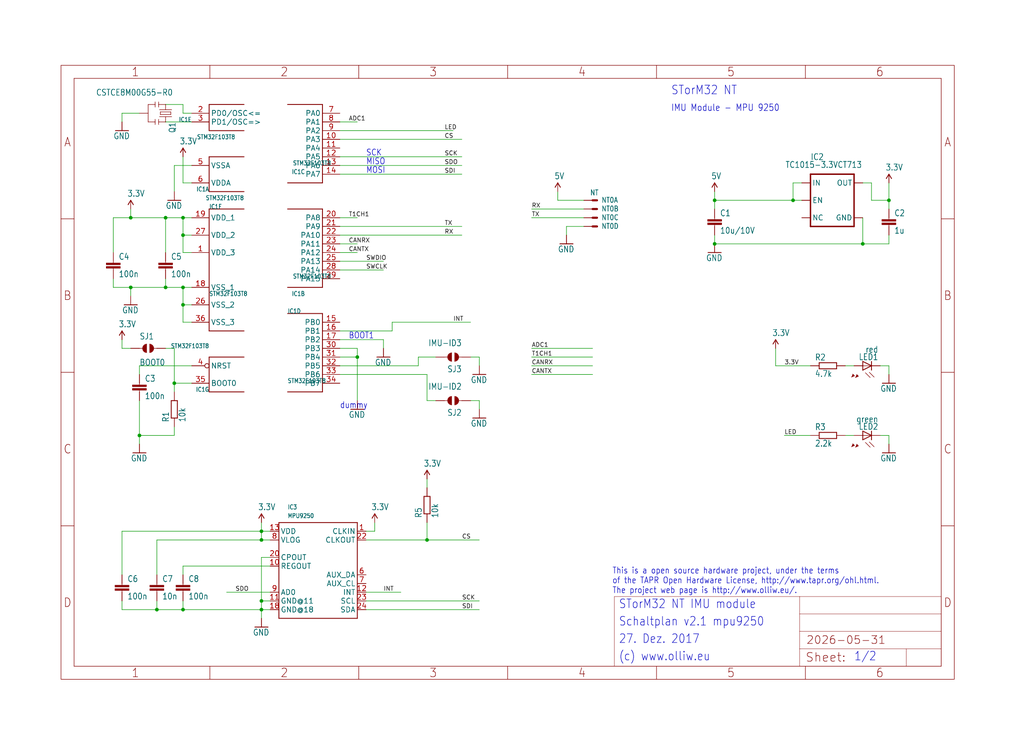
<source format=kicad_sch>
(kicad_sch (version 20250114) (generator "eeschema") (generator_version "9.0")
  (paper "User" 298.45 217.322)
  (lib_symbols
    (symbol "STorM32 NT imu v211 mini-mpu9250-eagle-import:3.3V" (power)
      (symbol "3.3V_1_0"
        (polyline (pts (xy 0 2.54) (xy -0.762 1.27)) (stroke (width 0.254)))
        (polyline (pts (xy 0.762 1.27) (xy 0 2.54)) (stroke (width 0.254)))
        (pin power_in line (at 0 0 90) (length 2.54) (name "3.3V") (number "1"))
      )
    )
    (symbol "STorM32 NT imu v211 mini-mpu9250-eagle-import:5V" (power)
      (symbol "5V_1_0"
        (polyline (pts (xy 0 2.54) (xy -0.762 1.27)) (stroke (width 0.254)))
        (polyline (pts (xy 0.762 1.27) (xy 0 2.54)) (stroke (width 0.254)))
        (pin power_in line (at 0 0 90) (length 2.54) (name "5V") (number "1"))
      )
    )
    (symbol "STorM32 NT imu v211 mini-mpu9250-eagle-import:?M04B-SRSS-TBS"
      (property "Reference" "X" (at 2.54 -0.762 0))
      (symbol "?M04B-SRSS-TBS_1_0"
        (polyline (pts (xy 1.27 0) (xy 0 0)) (stroke (width 0.6096)))
        (pin passive line (at -2.54 0 0) (length 2.54) (name "S") (number "1"))
      )
      (symbol "?M04B-SRSS-TBS_2_0"
        (polyline (pts (xy 1.27 0) (xy 0 0)) (stroke (width 0.6096)))
        (pin passive line (at -2.54 0 0) (length 2.54) (name "S") (number "2"))
      )
      (symbol "?M04B-SRSS-TBS_3_0"
        (polyline (pts (xy 1.27 0) (xy 0 0)) (stroke (width 0.6096)))
        (pin passive line (at -2.54 0 0) (length 2.54) (name "S") (number "3"))
      )
      (symbol "?M04B-SRSS-TBS_4_0"
        (polyline (pts (xy 1.27 0) (xy 0 0)) (stroke (width 0.6096)))
        (pin passive line (at -2.54 0 0) (length 2.54) (name "S") (number "4"))
      )
    )
    (symbol "STorM32 NT imu v211 mini-mpu9250-eagle-import:A4L-LOC"
      (symbol "A4L-LOC_1_0"
        (polyline (pts (xy 0 179.07) (xy 260.35 179.07) (xy 260.35 0) (xy 0 0) (xy 0 179.07)))
        (polyline (pts (xy 0 134.3025) (xy 3.81 134.3025)))
        (polyline (pts (xy 0 89.535) (xy 3.81 89.535)))
        (polyline (pts (xy 0 44.7675) (xy 3.81 44.7675)))
        (polyline (pts (xy 3.81 175.26) (xy 3.81 3.81)))
        (polyline (pts (xy 43.3917 179.07) (xy 43.3917 175.26)))
        (polyline (pts (xy 43.3917 3.81) (xy 43.3917 0)))
        (polyline (pts (xy 86.7833 179.07) (xy 86.7833 175.26)))
        (polyline (pts (xy 86.7833 3.81) (xy 86.7833 0)))
        (polyline (pts (xy 130.175 179.07) (xy 130.175 175.26)))
        (polyline (pts (xy 130.175 3.81) (xy 130.175 0)))
        (polyline (pts (xy 161.29 24.13) (xy 215.265 24.13)) (stroke (width 0.1016)))
        (polyline (pts (xy 161.29 3.81) (xy 161.29 24.13)) (stroke (width 0.1016)))
        (polyline (pts (xy 173.5667 179.07) (xy 173.5667 175.26)))
        (polyline (pts (xy 173.5667 3.81) (xy 173.5667 0)))
        (polyline (pts (xy 215.265 24.13) (xy 256.54 24.13)) (stroke (width 0.1016)))
        (polyline (pts (xy 215.265 19.05) (xy 215.265 24.13)) (stroke (width 0.1016)))
        (polyline (pts (xy 215.265 19.05) (xy 256.54 19.05)) (stroke (width 0.1016)))
        (polyline (pts (xy 215.265 13.97) (xy 215.265 19.05)) (stroke (width 0.1016)))
        (polyline (pts (xy 215.265 13.97) (xy 256.54 13.97)) (stroke (width 0.1016)))
        (polyline (pts (xy 215.265 8.89) (xy 215.265 13.97)) (stroke (width 0.1016)))
        (polyline (pts (xy 215.265 8.89) (xy 215.265 3.81)) (stroke (width 0.1016)))
        (polyline (pts (xy 216.9583 179.07) (xy 216.9583 175.26)))
        (polyline (pts (xy 216.9583 3.81) (xy 216.9583 0)))
        (polyline (pts (xy 246.38 8.89) (xy 215.265 8.89)) (stroke (width 0.1016)))
        (polyline (pts (xy 246.38 8.89) (xy 256.54 8.89)) (stroke (width 0.1016)))
        (polyline (pts (xy 246.38 3.81) (xy 246.38 8.89)) (stroke (width 0.1016)))
        (polyline (pts (xy 256.54 175.26) (xy 3.81 175.26)))
        (polyline (pts (xy 256.54 175.26) (xy 256.54 3.81)))
        (polyline (pts (xy 256.54 134.3025) (xy 260.35 134.3025)))
        (polyline (pts (xy 256.54 89.535) (xy 260.35 89.535)))
        (polyline (pts (xy 256.54 44.7675) (xy 260.35 44.7675)))
        (polyline (pts (xy 256.54 19.05) (xy 256.54 24.13)) (stroke (width 0.1016)))
        (polyline (pts (xy 256.54 13.97) (xy 256.54 19.05)) (stroke (width 0.1016)))
        (polyline (pts (xy 256.54 8.89) (xy 256.54 13.97)) (stroke (width 0.1016)))
        (polyline (pts (xy 256.54 3.81) (xy 3.81 3.81)))
        (polyline (pts (xy 256.54 3.81) (xy 256.54 8.89)) (stroke (width 0.1016)))
        (text "A" (at 1.905 156.6863 0) (effects (font (size 2.54 2.286))))
        (text "B" (at 1.905 111.9188 0) (effects (font (size 2.54 2.286))))
        (text "C" (at 1.905 67.1513 0) (effects (font (size 2.54 2.286))))
        (text "D" (at 1.905 22.3838 0) (effects (font (size 2.54 2.286))))
        (text "1" (at 21.6958 177.165 0) (effects (font (size 2.54 2.286))))
        (text "1" (at 21.6958 1.905 0) (effects (font (size 2.54 2.286))))
        (text "2" (at 65.0875 177.165 0) (effects (font (size 2.54 2.286))))
        (text "2" (at 65.0875 1.905 0) (effects (font (size 2.54 2.286))))
        (text "3" (at 108.4792 177.165 0) (effects (font (size 2.54 2.286))))
        (text "3" (at 108.4792 1.905 0) (effects (font (size 2.54 2.286))))
        (text "4" (at 151.8708 177.165 0) (effects (font (size 2.54 2.286))))
        (text "4" (at 151.8708 1.905 0) (effects (font (size 2.54 2.286))))
        (text "5" (at 195.2625 177.165 0) (effects (font (size 2.54 2.286))))
        (text "5" (at 195.2625 1.905 0) (effects (font (size 2.54 2.286))))
        (text "Sheet:" (at 216.916 4.953 0) (effects (font (size 2.54 2.54)) (justify left bottom)))
        (text "${PROJECTNAME}" (at 217.17 15.24 0) (effects (font (size 2.54 2.54)) (justify left bottom)))
        (text "${CURRENT_DATE}" (at 217.17 10.16 0) (effects (font (size 2.286 2.286)) (justify left bottom)))
        (text "6" (at 238.6542 177.165 0) (effects (font (size 2.54 2.286))))
        (text "6" (at 238.6542 1.905 0) (effects (font (size 2.54 2.286))))
        (text "A" (at 258.445 156.6863 0) (effects (font (size 2.54 2.286))))
        (text "B" (at 258.445 111.9188 0) (effects (font (size 2.54 2.286))))
        (text "C" (at 258.445 67.1513 0) (effects (font (size 2.54 2.286))))
        (text "D" (at 258.445 22.3838 0) (effects (font (size 2.54 2.286))))
      )
    )
    (symbol "STorM32 NT imu v211 mini-mpu9250-eagle-import:C-EUC0402"
      (property "Reference" "C" (at 1.524 0.381 0))
      (symbol "C-EUC0402_1_0"
        (rectangle (start -2.032 -1.016) (end 2.032 -0.508) (fill (type outline)))
        (rectangle (start -2.032 -2.032) (end 2.032 -1.524) (fill (type outline)))
        (polyline (pts (xy 0 0) (xy 0 -0.508)) (stroke (width 0.1524)))
        (polyline (pts (xy 0 -2.54) (xy 0 -2.032)) (stroke (width 0.1524)))
        (pin passive line (at 0 2.54 270) (length 2.54) (name "1") (number "1"))
        (pin passive line (at 0 -5.08 90) (length 2.54) (name "2") (number "2"))
      )
    )
    (symbol "STorM32 NT imu v211 mini-mpu9250-eagle-import:C-EUC0603"
      (property "Reference" "C" (at 1.524 0.381 0))
      (symbol "C-EUC0603_1_0"
        (rectangle (start -2.032 -1.016) (end 2.032 -0.508) (fill (type outline)))
        (rectangle (start -2.032 -2.032) (end 2.032 -1.524) (fill (type outline)))
        (polyline (pts (xy 0 0) (xy 0 -0.508)) (stroke (width 0.1524)))
        (polyline (pts (xy 0 -2.54) (xy 0 -2.032)) (stroke (width 0.1524)))
        (pin passive line (at 0 2.54 270) (length 2.54) (name "1") (number "1"))
        (pin passive line (at 0 -5.08 90) (length 2.54) (name "2") (number "2"))
      )
    )
    (symbol "STorM32 NT imu v211 mini-mpu9250-eagle-import:C-EUC0805"
      (property "Reference" "C" (at 1.524 0.381 0))
      (symbol "C-EUC0805_1_0"
        (rectangle (start -2.032 -1.016) (end 2.032 -0.508) (fill (type outline)))
        (rectangle (start -2.032 -2.032) (end 2.032 -1.524) (fill (type outline)))
        (polyline (pts (xy 0 0) (xy 0 -0.508)) (stroke (width 0.1524)))
        (polyline (pts (xy 0 -2.54) (xy 0 -2.032)) (stroke (width 0.1524)))
        (pin passive line (at 0 2.54 270) (length 2.54) (name "1") (number "1"))
        (pin passive line (at 0 -5.08 90) (length 2.54) (name "2") (number "2"))
      )
    )
    (symbol "STorM32 NT imu v211 mini-mpu9250-eagle-import:GND" (power)
      (symbol "GND_1_0"
        (polyline (pts (xy -1.905 0) (xy 1.905 0)) (stroke (width 0.254)))
        (pin power_in line (at 0 2.54 270) (length 2.54) (name "GND") (number "1"))
      )
    )
    (symbol "STorM32 NT imu v211 mini-mpu9250-eagle-import:IMU3000QFN-24-0.4MIL"
      (symbol "IMU3000QFN-24-0.4MIL_1_0"
        (polyline (pts (xy -10.16 15.24) (xy -10.16 -12.7)) (stroke (width 0.254)))
        (polyline (pts (xy -10.16 -12.7) (xy 12.7 -12.7)) (stroke (width 0.254)))
        (polyline (pts (xy 12.7 15.24) (xy -10.16 15.24)) (stroke (width 0.254)))
        (polyline (pts (xy 12.7 -12.7) (xy 12.7 15.24)) (stroke (width 0.254)))
        (pin bidirectional line (at -12.7 12.7 0) (length 2.54) (name "VDD") (number "13"))
        (pin bidirectional line (at -12.7 10.16 0) (length 2.54) (name "VLOG") (number "8"))
        (pin bidirectional line (at -12.7 5.08 0) (length 2.54) (name "CPOUT") (number "20"))
        (pin bidirectional line (at -12.7 2.54 0) (length 2.54) (name "REGOUT") (number "10"))
        (pin bidirectional line (at -12.7 -5.08 0) (length 2.54) (name "AD0") (number "9"))
        (pin bidirectional line (at -12.7 -7.62 0) (length 2.54) (name "GND@11") (number "11"))
        (pin bidirectional line (at -12.7 -10.16 0) (length 2.54) (name "GND@18") (number "18"))
        (pin bidirectional line (at 15.24 12.7 180) (length 2.54) (name "CLKIN") (number "1"))
        (pin bidirectional line (at 15.24 10.16 180) (length 2.54) (name "CLKOUT") (number "22"))
        (pin bidirectional line (at 15.24 0 180) (length 2.54) (name "AUX_DA") (number "6"))
        (pin bidirectional line (at 15.24 -2.54 180) (length 2.54) (name "AUX_CL") (number "7"))
        (pin bidirectional line (at 15.24 -5.08 180) (length 2.54) (name "INT") (number "12"))
        (pin bidirectional line (at 15.24 -7.62 180) (length 2.54) (name "SCL") (number "23"))
        (pin bidirectional line (at 15.24 -10.16 180) (length 2.54) (name "SDA") (number "24"))
      )
    )
    (symbol "STorM32 NT imu v211 mini-mpu9250-eagle-import:LEDCHIPLED_0603"
      (property "Reference" "LED" (at 3.556 -4.572 90))
      (symbol "LEDCHIPLED_0603_1_0"
        (polyline (pts (xy -3.429 2.159) (xy -3.048 1.27) (xy -2.54 1.778)) (stroke (width 0.1524)) (fill (type outline)))
        (polyline (pts (xy -3.302 3.302) (xy -2.921 2.413) (xy -2.413 2.921)) (stroke (width 0.1524)) (fill (type outline)))
        (polyline (pts (xy -2.032 -0.762) (xy -3.429 -2.159)) (stroke (width 0.1524)))
        (polyline (pts (xy -1.905 -1.905) (xy -3.302 -3.302)) (stroke (width 0.1524)))
        (polyline (pts (xy 0 0) (xy -1.27 0)) (stroke (width 0.254)))
        (polyline (pts (xy 0 0) (xy 0 -2.54)) (stroke (width 0.1524)))
        (polyline (pts (xy 0 -2.54) (xy -1.27 0)) (stroke (width 0.254)))
        (polyline (pts (xy 0 -2.54) (xy -1.27 -2.54)) (stroke (width 0.254)))
        (polyline (pts (xy 1.27 0) (xy 0 0)) (stroke (width 0.254)))
        (polyline (pts (xy 1.27 0) (xy 0 -2.54)) (stroke (width 0.254)))
        (polyline (pts (xy 1.27 -2.54) (xy 0 -2.54)) (stroke (width 0.254)))
        (pin passive line (at 0 2.54 270) (length 2.54) (name "A") (number "A"))
        (pin passive line (at 0 -5.08 90) (length 2.54) (name "C") (number "C"))
      )
    )
    (symbol "STorM32 NT imu v211 mini-mpu9250-eagle-import:R-EU_R0402"
      (property "Reference" "R" (at -3.81 1.4986 0))
      (symbol "R-EU_R0402_1_0"
        (polyline (pts (xy -2.54 -0.889) (xy -2.54 0.889)) (stroke (width 0.254)))
        (polyline (pts (xy -2.54 -0.889) (xy 2.54 -0.889)) (stroke (width 0.254)))
        (polyline (pts (xy 2.54 0.889) (xy -2.54 0.889)) (stroke (width 0.254)))
        (polyline (pts (xy 2.54 -0.889) (xy 2.54 0.889)) (stroke (width 0.254)))
        (pin passive line (at -5.08 0 0) (length 2.54) (name "1") (number "1"))
        (pin passive line (at 5.08 0 180) (length 2.54) (name "2") (number "2"))
      )
    )
    (symbol "STorM32 NT imu v211 mini-mpu9250-eagle-import:RESONATORSMD"
      (property "Reference" "Y" (at 2.54 1.016 0))
      (symbol "RESONATORSMD_1_0"
        (polyline (pts (xy -2.54 0) (xy -1.016 0)) (stroke (width 0.1524)))
        (polyline (pts (xy -2.54 -2.032) (xy -3.302 -2.032)) (stroke (width 0.1524)))
        (polyline (pts (xy -2.54 -2.032) (xy -2.54 0)) (stroke (width 0.1524)))
        (polyline (pts (xy -2.54 -3.048) (xy -3.302 -3.048)) (stroke (width 0.1524)))
        (polyline (pts (xy -2.54 -3.048) (xy -2.54 -5.08)) (stroke (width 0.1524)))
        (polyline (pts (xy -1.778 -2.032) (xy -2.54 -2.032)) (stroke (width 0.1524)))
        (polyline (pts (xy -1.778 -3.048) (xy -2.54 -3.048)) (stroke (width 0.1524)))
        (polyline (pts (xy -1.016 1.778) (xy -1.016 0)) (stroke (width 0.1524)))
        (polyline (pts (xy -1.016 0) (xy -1.016 -1.778)) (stroke (width 0.1524)))
        (polyline (pts (xy -0.381 1.524) (xy -0.381 -1.524)) (stroke (width 0.1524)))
        (polyline (pts (xy -0.381 -1.524) (xy 0.381 -1.524)) (stroke (width 0.1524)))
        (polyline (pts (xy 0 -5.08) (xy -2.54 -5.08)) (stroke (width 0.1524)))
        (polyline (pts (xy 0 -5.08) (xy 0 -7.62)) (stroke (width 0.1524)))
        (polyline (pts (xy 0.381 1.524) (xy -0.381 1.524)) (stroke (width 0.1524)))
        (polyline (pts (xy 0.381 -1.524) (xy 0.381 1.524)) (stroke (width 0.1524)))
        (polyline (pts (xy 1.016 1.778) (xy 1.016 0)) (stroke (width 0.1524)))
        (polyline (pts (xy 1.016 0) (xy 1.016 -1.778)) (stroke (width 0.1524)))
        (polyline (pts (xy 1.016 0) (xy 2.54 0)) (stroke (width 0.1524)))
        (polyline (pts (xy 2.54 0) (xy 2.54 -2.032)) (stroke (width 0.1524)))
        (polyline (pts (xy 2.54 -2.032) (xy 1.778 -2.032)) (stroke (width 0.1524)))
        (polyline (pts (xy 2.54 -3.048) (xy 1.778 -3.048)) (stroke (width 0.1524)))
        (polyline (pts (xy 2.54 -3.048) (xy 2.54 -5.08)) (stroke (width 0.1524)))
        (polyline (pts (xy 2.54 -5.08) (xy 0 -5.08)) (stroke (width 0.1524)))
        (polyline (pts (xy 3.302 -2.032) (xy 2.54 -2.032)) (stroke (width 0.1524)))
        (polyline (pts (xy 3.302 -3.048) (xy 2.54 -3.048)) (stroke (width 0.1524)))
        (pin passive line (at -2.54 0 0) (length 0) (name "1") (number "1"))
        (pin passive line (at 0 -7.62 90) (length 0) (name "2") (number "2"))
        (pin passive line (at 2.54 0 180) (length 0) (name "3") (number "3"))
      )
    )
    (symbol "STorM32 NT imu v211 mini-mpu9250-eagle-import:SOLDERJUMPERNO"
      (property "Reference" "SJ" (at -2.54 2.54 0))
      (symbol "SOLDERJUMPERNO_1_0"
        (polyline (pts (xy -2.54 0) (xy -1.651 0)) (stroke (width 0.1524)))
        (arc (start -0.381 -1.27) (mid -1.651 0) (end -0.381 1.27) (stroke (width 0.0001)) (fill (type outline)))
        (arc (start 0.381 1.27) (mid 1.651 0) (end 0.381 -1.27) (stroke (width 0.0001)) (fill (type outline)))
        (polyline (pts (xy 2.54 0) (xy 1.651 0)) (stroke (width 0.1524)))
        (pin passive line (at -5.08 0 0) (length 2.54) (name "1") (number "1"))
        (pin passive line (at 5.08 0 180) (length 2.54) (name "2") (number "2"))
      )
    )
    (symbol "STorM32 NT imu v211 mini-mpu9250-eagle-import:STM32F10XTXU6"
      (property "Reference" "U" (at -5.08 5.08 0))
      (symbol "STM32F10XTXU6_1_0"
        (polyline (pts (xy -5.08 5.08) (xy 5.08 5.08)) (stroke (width 0.254)))
        (polyline (pts (xy 5.08 5.08) (xy 5.08 -5.08)) (stroke (width 0.254)))
        (polyline (pts (xy 5.08 -5.08) (xy -5.08 -5.08)) (stroke (width 0.254)))
        (pin power_in line (at 10.16 2.54 180) (length 5.08) (name "VSSA") (number "5"))
        (pin power_in line (at 10.16 -2.54 180) (length 5.08) (name "VDDA") (number "6"))
      )
      (symbol "STM32F10XTXU6_2_0"
        (polyline (pts (xy -2.54 12.7) (xy -2.54 -10.16)) (stroke (width 0.254)))
        (polyline (pts (xy -2.54 -10.16) (xy 7.62 -10.16)) (stroke (width 0.254)))
        (polyline (pts (xy 7.62 12.7) (xy -2.54 12.7)) (stroke (width 0.254)))
        (pin bidirectional line (at -7.62 10.16 0) (length 5.08) (name "PA8") (number "20"))
        (pin bidirectional line (at -7.62 7.62 0) (length 5.08) (name "PA9") (number "21"))
        (pin bidirectional line (at -7.62 5.08 0) (length 5.08) (name "PA10") (number "22"))
        (pin bidirectional line (at -7.62 2.54 0) (length 5.08) (name "PA11") (number "23"))
        (pin bidirectional line (at -7.62 0 0) (length 5.08) (name "PA12") (number "24"))
        (pin bidirectional line (at -7.62 -2.54 0) (length 5.08) (name "PA13") (number "25"))
        (pin bidirectional line (at -7.62 -5.08 0) (length 5.08) (name "PA14") (number "28"))
        (pin bidirectional line (at -7.62 -7.62 0) (length 5.08) (name "PA15") (number "29"))
      )
      (symbol "STM32F10XTXU6_3_0"
        (polyline (pts (xy -2.54 10.16) (xy -2.54 -12.7)) (stroke (width 0.254)))
        (polyline (pts (xy -2.54 -12.7) (xy 7.62 -12.7)) (stroke (width 0.254)))
        (polyline (pts (xy 7.62 10.16) (xy -2.54 10.16)) (stroke (width 0.254)))
        (pin bidirectional line (at -7.62 7.62 0) (length 5.08) (name "PA0") (number "7"))
        (pin bidirectional line (at -7.62 5.08 0) (length 5.08) (name "PA1") (number "8"))
        (pin bidirectional line (at -7.62 2.54 0) (length 5.08) (name "PA2") (number "9"))
        (pin bidirectional line (at -7.62 0 0) (length 5.08) (name "PA3") (number "10"))
        (pin bidirectional line (at -7.62 -2.54 0) (length 5.08) (name "PA4") (number "11"))
        (pin bidirectional line (at -7.62 -5.08 0) (length 5.08) (name "PA5") (number "12"))
        (pin bidirectional line (at -7.62 -7.62 0) (length 5.08) (name "PA6") (number "13"))
        (pin bidirectional line (at -7.62 -10.16 0) (length 5.08) (name "PA7") (number "14"))
      )
      (symbol "STM32F10XTXU6_4_0"
        (polyline (pts (xy -5.08 12.7) (xy 5.08 12.7)) (stroke (width 0.254)))
        (polyline (pts (xy 5.08 12.7) (xy 5.08 -10.16)) (stroke (width 0.254)))
        (polyline (pts (xy 5.08 -10.16) (xy -5.08 -10.16)) (stroke (width 0.254)))
        (pin bidirectional line (at 10.16 10.16 180) (length 5.08) (name "PB0") (number "15"))
        (pin bidirectional line (at 10.16 7.62 180) (length 5.08) (name "PB1") (number "16"))
        (pin bidirectional line (at 10.16 5.08 180) (length 5.08) (name "PB2") (number "17"))
        (pin bidirectional line (at 10.16 2.54 180) (length 5.08) (name "PB3") (number "30"))
        (pin bidirectional line (at 10.16 0 180) (length 5.08) (name "PB4") (number "31"))
        (pin bidirectional line (at 10.16 -2.54 180) (length 5.08) (name "PB5") (number "32"))
        (pin bidirectional line (at 10.16 -5.08 180) (length 5.08) (name "PB6") (number "33"))
        (pin bidirectional line (at 10.16 -7.62 180) (length 5.08) (name "PB7") (number "34"))
      )
      (symbol "STM32F10XTXU6_5_0"
        (polyline (pts (xy -7.62 2.54) (xy 2.54 2.54)) (stroke (width 0.254)))
        (polyline (pts (xy 2.54 2.54) (xy 2.54 -5.08)) (stroke (width 0.254)))
        (polyline (pts (xy 2.54 -5.08) (xy -7.62 -5.08)) (stroke (width 0.254)))
        (pin bidirectional line (at 7.62 0 180) (length 5.08) (name "PD0/OSC<=") (number "2"))
        (pin bidirectional line (at 7.62 -2.54 180) (length 5.08) (name "PD1/OSC=>") (number "3"))
      )
      (symbol "STM32F10XTXU6_6_0"
        (polyline (pts (xy -5.08 17.78) (xy -5.08 -17.78)) (stroke (width 0.254)))
        (polyline (pts (xy -5.08 -17.78) (xy 5.08 -17.78)) (stroke (width 0.254)))
        (polyline (pts (xy 5.08 17.78) (xy -5.08 17.78)) (stroke (width 0.254)))
        (pin power_in line (at -10.16 15.24 0) (length 5.08) (name "VDD_1") (number "19"))
        (pin power_in line (at -10.16 10.16 0) (length 5.08) (name "VDD_2") (number "27"))
        (pin power_in line (at -10.16 5.08 0) (length 5.08) (name "VDD_3") (number "1"))
        (pin power_in line (at -10.16 -5.08 0) (length 5.08) (name "VSS_1") (number "18"))
        (pin power_in line (at -10.16 -10.16 0) (length 5.08) (name "VSS_2") (number "26"))
        (pin power_in line (at -10.16 -15.24 0) (length 5.08) (name "VSS_3") (number "36"))
      )
      (symbol "STM32F10XTXU6_7_0"
        (polyline (pts (xy -5.08 5.08) (xy 5.08 5.08)) (stroke (width 0.254)))
        (polyline (pts (xy 5.08 5.08) (xy 5.08 -5.08)) (stroke (width 0.254)))
        (polyline (pts (xy 5.08 -5.08) (xy -5.08 -5.08)) (stroke (width 0.254)))
        (pin input inverted (at 10.16 2.54 180) (length 5.08) (name "NRST") (number "4"))
        (pin input line (at 10.16 -2.54 180) (length 5.08) (name "BOOT0") (number "35"))
      )
    )
    (symbol "STorM32 NT imu v211 mini-mpu9250-eagle-import:V_REG_TPS76433SOT23-5"
      (property "Reference" "IC" (at -5.08 11.684 0))
      (symbol "V_REG_TPS76433SOT23-5_1_0"
        (polyline (pts (xy -5.08 10.16) (xy -5.08 -5.08)) (stroke (width 0.4064)))
        (polyline (pts (xy -5.08 -5.08) (xy 7.62 -5.08)) (stroke (width 0.4064)))
        (polyline (pts (xy 7.62 10.16) (xy -5.08 10.16)) (stroke (width 0.4064)))
        (polyline (pts (xy 7.62 -5.08) (xy 7.62 10.16)) (stroke (width 0.4064)))
        (pin input line (at -7.62 7.62 0) (length 2.54) (name "IN") (number "1"))
        (pin input line (at -7.62 2.54 0) (length 2.54) (name "EN") (number "3"))
        (pin input line (at -7.62 -2.54 0) (length 2.54) (name "NC") (number "4"))
        (pin passive line (at 10.16 7.62 180) (length 2.54) (name "OUT") (number "5"))
        (pin input line (at 10.16 -2.54 180) (length 2.54) (name "GND") (number "2"))
      )
    )
  )
  (text "STorM32 NT IMU module" (at 180.34 177.8 0) (effects (font (size 2.54 2.159)) (justify left bottom)))
  (text "Schaltplan v2.1 mpu9250" (at 180.34 182.88 0) (effects (font (size 2.54 2.159)) (justify left bottom)))
  (text "MISO" (at 106.68 48.26 0) (effects (font (size 1.778 1.5113)) (justify left bottom)))
  (text "MOSI" (at 106.68 50.8 0) (effects (font (size 1.778 1.5113)) (justify left bottom)))
  (text "STorM32 NT" (at 195.58 27.94 0) (effects (font (size 2.54 2.159)) (justify left bottom)))
  (text "1/2" (at 248.92 193.04 0) (effects (font (size 2.54 2.159)) (justify left bottom)))
  (text "(c) www.olliw.eu" (at 180.34 193.04 0) (effects (font (size 2.54 2.159)) (justify left bottom)))
  (text "dummy" (at 99.06 119.38 0) (effects (font (size 1.778 1.5113)) (justify left bottom)))
  (text "BOOT1" (at 101.6 99.06 0) (effects (font (size 1.778 1.5113)) (justify left bottom)))
  (text "SCK" (at 106.68 45.72 0) (effects (font (size 1.778 1.5113)) (justify left bottom)))
  (text "This is a open source hardware project, under the terms\nof the TAPR Open Hardware License, http://www.tapr.org/ohl.html.\nThe project web page is http://www.olliw.eu/." (at 178.435 173.355 0) (effects (font (size 1.778 1.5113)) (justify left bottom)))
  (text "27. Dez. 2017" (at 180.34 187.96 0) (effects (font (size 2.54 2.159)) (justify left bottom)))
  (text "IMU Module - MPU 9250" (at 195.58 30.48 0) (effects (font (size 1.9304 1.6408)) (justify left top)))
  (junction (at 45.72 177.8))
  (junction (at 50.8 111.76))
  (junction (at 104.14 104.14))
  (junction (at 76.2 177.8))
  (junction (at 53.34 68.58))
  (junction (at 208.28 58.42))
  (junction (at 76.2 175.26))
  (junction (at 53.34 63.5))
  (junction (at 48.26 63.5))
  (junction (at 38.1 83.82))
  (junction (at 208.28 71.12))
  (junction (at 76.2 154.94))
  (junction (at 48.26 83.82))
  (junction (at 259.08 58.42))
  (junction (at 231.14 58.42))
  (junction (at 53.34 88.9))
  (junction (at 53.34 177.8))
  (junction (at 124.46 157.48))
  (junction (at 53.34 83.82))
  (junction (at 38.1 63.5))
  (junction (at 76.2 157.48))
  (junction (at 40.64 127))
  (junction (at 251.46 71.12))
  (wire (pts (xy 99.06 38.1) (xy 132.08 38.1)) (stroke (width 0.1524)))
  (wire (pts (xy 38.1 63.5) (xy 33.02 63.5)) (stroke (width 0.1524)))
  (wire (pts (xy 53.34 88.9) (xy 53.34 93.98)) (stroke (width 0.1524)))
  (wire (pts (xy 172.72 109.22) (xy 154.94 109.22)) (stroke (width 0.1524)))
  (wire (pts (xy 53.34 68.58) (xy 53.34 73.66)) (stroke (width 0.1524)))
  (wire (pts (xy 55.88 68.58) (xy 53.34 68.58)) (stroke (width 0.1524)))
  (wire (pts (xy 76.2 154.94) (xy 76.2 157.48)) (stroke (width 0.1524)))
  (wire (pts (xy 55.88 88.9) (xy 53.34 88.9)) (stroke (width 0.1524)))
  (wire (pts (xy 45.72 175.26) (xy 45.72 177.8)) (stroke (width 0.1524)))
  (wire (pts (xy 124.46 109.22) (xy 124.46 116.84)) (stroke (width 0.1524)))
  (wire (pts (xy 76.2 157.48) (xy 45.72 157.48)) (stroke (width 0.1524)))
  (wire (pts (xy 53.34 167.64) (xy 53.34 165.1)) (stroke (width 0.1524)))
  (wire (pts (xy 170.18 66.04) (xy 165.1 66.04)) (stroke (width 0.1524)))
  (wire (pts (xy 246.38 127) (xy 248.92 127)) (stroke (width 0.1524)))
  (wire (pts (xy 124.46 157.48) (xy 139.7 157.48)) (stroke (width 0.1524)))
  (wire (pts (xy 99.06 96.52) (xy 114.3 96.52)) (stroke (width 0.1524)))
  (wire (pts (xy 48.26 63.5) (xy 38.1 63.5)) (stroke (width 0.1524)))
  (wire (pts (xy 251.46 53.34) (xy 254 53.34)) (stroke (width 0.1524)))
  (wire (pts (xy 172.72 101.6) (xy 154.94 101.6)) (stroke (width 0.1524)))
  (wire (pts (xy 38.1 86.36) (xy 38.1 83.82)) (stroke (width 0.1524)))
  (wire (pts (xy 78.74 157.48) (xy 76.2 157.48)) (stroke (width 0.1524)))
  (wire (pts (xy 48.26 101.6) (xy 50.8 101.6)) (stroke (width 0.1524)))
  (wire (pts (xy 53.34 83.82) (xy 53.34 88.9)) (stroke (width 0.1524)))
  (wire (pts (xy 53.34 73.66) (xy 55.88 73.66)) (stroke (width 0.1524)))
  (wire (pts (xy 99.06 63.5) (xy 104.14 63.5)) (stroke (width 0.1524)))
  (wire (pts (xy 104.14 101.6) (xy 104.14 104.14)) (stroke (width 0.1524)))
  (wire (pts (xy 106.68 175.26) (xy 139.7 175.26)) (stroke (width 0.1524)))
  (wire (pts (xy 53.34 30.48) (xy 48.26 30.48)) (stroke (width 0.1524)))
  (wire (pts (xy 233.68 53.34) (xy 231.14 53.34)) (stroke (width 0.1524)))
  (wire (pts (xy 170.18 58.42) (xy 162.56 58.42)) (stroke (width 0.1524)))
  (wire (pts (xy 99.06 40.64) (xy 134.62 40.64)) (stroke (width 0.1524)))
  (wire (pts (xy 76.2 152.4) (xy 76.2 154.94)) (stroke (width 0.1524)))
  (wire (pts (xy 53.34 63.5) (xy 48.26 63.5)) (stroke (width 0.1524)))
  (wire (pts (xy 208.28 68.58) (xy 208.28 71.12)) (stroke (width 0.1524)))
  (wire (pts (xy 170.18 60.96) (xy 154.94 60.96)) (stroke (width 0.1524)))
  (wire (pts (xy 50.8 127) (xy 40.64 127)) (stroke (width 0.1524)))
  (wire (pts (xy 55.88 106.68) (xy 40.64 106.68)) (stroke (width 0.1524)))
  (wire (pts (xy 139.7 116.84) (xy 139.7 119.38)) (stroke (width 0.1524)))
  (wire (pts (xy 109.22 152.4) (xy 109.22 154.94)) (stroke (width 0.1524)))
  (wire (pts (xy 231.14 58.42) (xy 208.28 58.42)) (stroke (width 0.1524)))
  (wire (pts (xy 38.1 83.82) (xy 33.02 83.82)) (stroke (width 0.1524)))
  (wire (pts (xy 76.2 154.94) (xy 35.56 154.94)) (stroke (width 0.1524)))
  (wire (pts (xy 55.88 111.76) (xy 50.8 111.76)) (stroke (width 0.1524)))
  (wire (pts (xy 99.06 71.12) (xy 104.14 71.12)) (stroke (width 0.1524)))
  (wire (pts (xy 99.06 76.2) (xy 111.76 76.2)) (stroke (width 0.1524)))
  (wire (pts (xy 99.06 35.56) (xy 104.14 35.56)) (stroke (width 0.1524)))
  (wire (pts (xy 99.06 50.8) (xy 134.62 50.8)) (stroke (width 0.1524)))
  (wire (pts (xy 38.1 101.6) (xy 35.56 101.6)) (stroke (width 0.1524)))
  (wire (pts (xy 48.26 83.82) (xy 38.1 83.82)) (stroke (width 0.1524)))
  (wire (pts (xy 35.56 101.6) (xy 35.56 99.06)) (stroke (width 0.1524)))
  (wire (pts (xy 114.3 96.52) (xy 114.3 93.98)) (stroke (width 0.1524)))
  (wire (pts (xy 33.02 83.82) (xy 33.02 81.28)) (stroke (width 0.1524)))
  (wire (pts (xy 99.06 48.26) (xy 134.62 48.26)) (stroke (width 0.1524)))
  (wire (pts (xy 228.6 127) (xy 236.22 127)) (stroke (width 0.1524)))
  (wire (pts (xy 35.56 33.02) (xy 35.56 35.56)) (stroke (width 0.1524)))
  (wire (pts (xy 48.26 35.56) (xy 55.88 35.56)) (stroke (width 0.1524)))
  (wire (pts (xy 124.46 139.7) (xy 124.46 142.24)) (stroke (width 0.1524)))
  (wire (pts (xy 251.46 71.12) (xy 259.08 71.12)) (stroke (width 0.1524)))
  (wire (pts (xy 53.34 45.72) (xy 53.34 53.34)) (stroke (width 0.1524)))
  (wire (pts (xy 208.28 58.42) (xy 208.28 60.96)) (stroke (width 0.1524)))
  (wire (pts (xy 99.06 104.14) (xy 104.14 104.14)) (stroke (width 0.1524)))
  (wire (pts (xy 99.06 106.68) (xy 121.92 106.68)) (stroke (width 0.1524)))
  (wire (pts (xy 53.34 33.02) (xy 55.88 33.02)) (stroke (width 0.1524)))
  (wire (pts (xy 124.46 116.84) (xy 127 116.84)) (stroke (width 0.1524)))
  (wire (pts (xy 208.28 71.12) (xy 251.46 71.12)) (stroke (width 0.1524)))
  (wire (pts (xy 35.56 177.8) (xy 45.72 177.8)) (stroke (width 0.1524)))
  (wire (pts (xy 121.92 106.68) (xy 121.92 104.14)) (stroke (width 0.1524)))
  (wire (pts (xy 165.1 66.04) (xy 165.1 68.58)) (stroke (width 0.1524)))
  (wire (pts (xy 45.72 157.48) (xy 45.72 167.64)) (stroke (width 0.1524)))
  (wire (pts (xy 111.76 99.06) (xy 111.76 101.6)) (stroke (width 0.1524)))
  (wire (pts (xy 78.74 162.56) (xy 76.2 162.56)) (stroke (width 0.1524)))
  (wire (pts (xy 137.16 116.84) (xy 139.7 116.84)) (stroke (width 0.1524)))
  (wire (pts (xy 246.38 106.68) (xy 248.92 106.68)) (stroke (width 0.1524)))
  (wire (pts (xy 53.34 93.98) (xy 55.88 93.98)) (stroke (width 0.1524)))
  (wire (pts (xy 50.8 111.76) (xy 50.8 114.3)) (stroke (width 0.1524)))
  (wire (pts (xy 99.06 101.6) (xy 104.14 101.6)) (stroke (width 0.1524)))
  (wire (pts (xy 254 53.34) (xy 254 58.42)) (stroke (width 0.1524)))
  (wire (pts (xy 53.34 63.5) (xy 53.34 68.58)) (stroke (width 0.1524)))
  (wire (pts (xy 251.46 63.5) (xy 251.46 71.12)) (stroke (width 0.1524)))
  (wire (pts (xy 40.64 33.02) (xy 35.56 33.02)) (stroke (width 0.1524)))
  (wire (pts (xy 114.3 93.98) (xy 137.16 93.98)) (stroke (width 0.1524)))
  (wire (pts (xy 231.14 53.34) (xy 231.14 58.42)) (stroke (width 0.1524)))
  (wire (pts (xy 78.74 177.8) (xy 76.2 177.8)) (stroke (width 0.1524)))
  (wire (pts (xy 104.14 104.14) (xy 104.14 116.84)) (stroke (width 0.1524)))
  (wire (pts (xy 256.54 106.68) (xy 259.08 106.68)) (stroke (width 0.1524)))
  (wire (pts (xy 139.7 106.68) (xy 139.7 104.14)) (stroke (width 0.1524)))
  (wire (pts (xy 76.2 162.56) (xy 76.2 175.26)) (stroke (width 0.1524)))
  (wire (pts (xy 259.08 58.42) (xy 259.08 53.34)) (stroke (width 0.1524)))
  (wire (pts (xy 40.64 127) (xy 40.64 116.84)) (stroke (width 0.1524)))
  (wire (pts (xy 76.2 177.8) (xy 76.2 180.34)) (stroke (width 0.1524)))
  (wire (pts (xy 256.54 127) (xy 259.08 127)) (stroke (width 0.1524)))
  (wire (pts (xy 226.06 101.6) (xy 226.06 106.68)) (stroke (width 0.1524)))
  (wire (pts (xy 106.68 154.94) (xy 109.22 154.94)) (stroke (width 0.1524)))
  (wire (pts (xy 53.34 177.8) (xy 76.2 177.8)) (stroke (width 0.1524)))
  (wire (pts (xy 172.72 106.68) (xy 154.94 106.68)) (stroke (width 0.1524)))
  (wire (pts (xy 99.06 73.66) (xy 104.14 73.66)) (stroke (width 0.1524)))
  (wire (pts (xy 78.74 154.94) (xy 76.2 154.94)) (stroke (width 0.1524)))
  (wire (pts (xy 55.88 83.82) (xy 53.34 83.82)) (stroke (width 0.1524)))
  (wire (pts (xy 33.02 73.66) (xy 33.02 63.5)) (stroke (width 0.1524)))
  (wire (pts (xy 259.08 127) (xy 259.08 129.54)) (stroke (width 0.1524)))
  (wire (pts (xy 99.06 45.72) (xy 134.62 45.72)) (stroke (width 0.1524)))
  (wire (pts (xy 40.64 106.68) (xy 40.64 109.22)) (stroke (width 0.1524)))
  (wire (pts (xy 76.2 175.26) (xy 76.2 177.8)) (stroke (width 0.1524)))
  (wire (pts (xy 78.74 175.26) (xy 76.2 175.26)) (stroke (width 0.1524)))
  (wire (pts (xy 99.06 68.58) (xy 134.62 68.58)) (stroke (width 0.1524)))
  (wire (pts (xy 121.92 104.14) (xy 127 104.14)) (stroke (width 0.1524)))
  (wire (pts (xy 99.06 99.06) (xy 111.76 99.06)) (stroke (width 0.1524)))
  (wire (pts (xy 99.06 109.22) (xy 124.46 109.22)) (stroke (width 0.1524)))
  (wire (pts (xy 170.18 63.5) (xy 154.94 63.5)) (stroke (width 0.1524)))
  (wire (pts (xy 124.46 157.48) (xy 124.46 152.4)) (stroke (width 0.1524)))
  (wire (pts (xy 55.88 48.26) (xy 50.8 48.26)) (stroke (width 0.1524)))
  (wire (pts (xy 106.68 177.8) (xy 139.7 177.8)) (stroke (width 0.1524)))
  (wire (pts (xy 53.34 53.34) (xy 55.88 53.34)) (stroke (width 0.1524)))
  (wire (pts (xy 254 58.42) (xy 259.08 58.42)) (stroke (width 0.1524)))
  (wire (pts (xy 40.64 129.54) (xy 40.64 127)) (stroke (width 0.1524)))
  (wire (pts (xy 53.34 30.48) (xy 53.34 33.02)) (stroke (width 0.1524)))
  (wire (pts (xy 48.26 81.28) (xy 48.26 83.82)) (stroke (width 0.1524)))
  (wire (pts (xy 162.56 58.42) (xy 162.56 55.88)) (stroke (width 0.1524)))
  (wire (pts (xy 99.06 78.74) (xy 111.76 78.74)) (stroke (width 0.1524)))
  (wire (pts (xy 106.68 157.48) (xy 124.46 157.48)) (stroke (width 0.1524)))
  (wire (pts (xy 99.06 66.04) (xy 134.62 66.04)) (stroke (width 0.1524)))
  (wire (pts (xy 50.8 124.46) (xy 50.8 127)) (stroke (width 0.1524)))
  (wire (pts (xy 45.72 177.8) (xy 53.34 177.8)) (stroke (width 0.1524)))
  (wire (pts (xy 259.08 71.12) (xy 259.08 68.58)) (stroke (width 0.1524)))
  (wire (pts (xy 78.74 172.72) (xy 66.04 172.72)) (stroke (width 0.1524)))
  (wire (pts (xy 38.1 60.96) (xy 38.1 63.5)) (stroke (width 0.1524)))
  (wire (pts (xy 55.88 63.5) (xy 53.34 63.5)) (stroke (width 0.1524)))
  (wire (pts (xy 35.56 175.26) (xy 35.56 177.8)) (stroke (width 0.1524)))
  (wire (pts (xy 259.08 60.96) (xy 259.08 58.42)) (stroke (width 0.1524)))
  (wire (pts (xy 172.72 104.14) (xy 154.94 104.14)) (stroke (width 0.1524)))
  (wire (pts (xy 259.08 106.68) (xy 259.08 109.22)) (stroke (width 0.1524)))
  (wire (pts (xy 50.8 101.6) (xy 50.8 111.76)) (stroke (width 0.1524)))
  (wire (pts (xy 236.22 106.68) (xy 226.06 106.68)) (stroke (width 0.1524)))
  (wire (pts (xy 106.68 172.72) (xy 116.84 172.72)) (stroke (width 0.1524)))
  (wire (pts (xy 78.74 165.1) (xy 53.34 165.1)) (stroke (width 0.1524)))
  (wire (pts (xy 208.28 55.88) (xy 208.28 58.42)) (stroke (width 0.1524)))
  (wire (pts (xy 50.8 48.26) (xy 50.8 55.88)) (stroke (width 0.1524)))
  (wire (pts (xy 231.14 58.42) (xy 233.68 58.42)) (stroke (width 0.1524)))
  (wire (pts (xy 48.26 83.82) (xy 53.34 83.82)) (stroke (width 0.1524)))
  (wire (pts (xy 35.56 167.64) (xy 35.56 154.94)) (stroke (width 0.1524)))
  (wire (pts (xy 48.26 73.66) (xy 48.26 63.5)) (stroke (width 0.1524)))
  (wire (pts (xy 139.7 104.14) (xy 137.16 104.14)) (stroke (width 0.1524)))
  (wire (pts (xy 53.34 175.26) (xy 53.34 177.8)) (stroke (width 0.1524)))
  (label "T1CH1" (at 101.6 63.5 0) (effects (font (size 1.2446 1.2446))))
  (label "TX" (at 154.94 63.5 0) (effects (font (size 1.2446 1.2446))))
  (label "RX" (at 154.94 60.96 0) (effects (font (size 1.2446 1.2446))))
  (label "SDO" (at 68.58 172.72 0) (effects (font (size 1.2446 1.2446))))
  (label "INT" (at 132.08 93.98 0) (effects (font (size 1.2446 1.2446))))
  (label "LED" (at 129.54 38.1 0) (effects (font (size 1.2446 1.2446))))
  (label "CANRX" (at 101.6 71.12 0) (effects (font (size 1.2446 1.2446))))
  (label "SDI" (at 129.54 50.8 0) (effects (font (size 1.2446 1.2446))))
  (label "INT" (at 111.76 172.72 0) (effects (font (size 1.2446 1.2446))))
  (label "3.3V" (at 228.6 106.68 0) (effects (font (size 1.2446 1.2446))))
  (label "CANTX" (at 154.94 109.22 0) (effects (font (size 1.2446 1.2446))))
  (label "SWCLK" (at 106.68 78.74 0) (effects (font (size 1.2446 1.2446))))
  (label "CS" (at 134.62 157.48 0) (effects (font (size 1.2446 1.2446))))
  (label "CANTX" (at 101.6 73.66 0) (effects (font (size 1.2446 1.2446))))
  (label "CANRX" (at 154.94 106.68 0) (effects (font (size 1.2446 1.2446))))
  (label "SWDIO" (at 106.68 76.2 0) (effects (font (size 1.2446 1.2446))))
  (label "RX" (at 129.54 68.58 0) (effects (font (size 1.2446 1.2446))))
  (label "TX" (at 129.54 66.04 0) (effects (font (size 1.2446 1.2446))))
  (label "SDI" (at 134.62 177.8 0) (effects (font (size 1.2446 1.2446))))
  (label "ADC1" (at 101.6 35.56 0) (effects (font (size 1.2446 1.2446))))
  (label "SCK" (at 129.54 45.72 0) (effects (font (size 1.2446 1.2446))))
  (label "CS" (at 129.54 40.64 0) (effects (font (size 1.2446 1.2446))))
  (label "SCK" (at 134.62 175.26 0) (effects (font (size 1.2446 1.2446))))
  (label "LED" (at 228.6 127 0) (effects (font (size 1.2446 1.2446))))
  (label "T1CH1" (at 154.94 104.14 0) (effects (font (size 1.2446 1.2446))))
  (label "SDO" (at 129.54 48.26 0) (effects (font (size 1.2446 1.2446))))
  (label "ADC1" (at 154.94 101.6 0) (effects (font (size 1.2446 1.2446))))
  (symbol (lib_id "STorM32 NT imu v211 mini-mpu9250-eagle-import:R-EU_R0402") (at 241.3 106.68 0) (unit 1)
    (property "Reference" "R2" (at 237.49 105.1814 0) (effects (font (size 1.778 1.5113)) (justify left bottom)))
    (property "Value" "4.7k" (at 237.49 109.982 0) (effects (font (size 1.778 1.5113)) (justify left bottom)))
    (property "Footprint" "STorM32 NT imu v211 mini-mpu9250:R0402" (effects (hide yes)))
  )
  (symbol (lib_id "STorM32 NT imu v211 mini-mpu9250-eagle-import:C-EUC0603") (at 259.08 63.5 0) (unit 1)
    (property "Reference" "C2" (at 260.604 63.119 0) (effects (font (size 1.778 1.5113)) (justify left bottom)))
    (property "Value" "1u" (at 260.604 68.199 0) (effects (font (size 1.778 1.5113)) (justify left bottom)))
    (property "Footprint" "STorM32 NT imu v211 mini-mpu9250:C0603" (effects (hide yes)))
  )
  (symbol (lib_id "STorM32 NT imu v211 mini-mpu9250-eagle-import:GND") (at 259.08 132.08 0) (unit 1)
    (property "Reference" "#GND7" (effects (hide yes)))
    (property "Value" "GND" (at 256.54 134.62 0) (effects (font (size 1.778 1.5113)) (justify left bottom)))
  )
  (symbol (lib_id "STorM32 NT imu v211 mini-mpu9250-eagle-import:3.3V") (at 226.06 101.6 0) (unit 1)
    (property "Reference" "#P+1" (effects (hide yes)))
    (property "Value" "3.3V" (at 225.044 98.044 0) (effects (font (size 1.778 1.5113)) (justify left bottom)))
  )
  (symbol (lib_id "STorM32 NT imu v211 mini-mpu9250-eagle-import:STM32F10XTXU6") (at 66.04 78.74 0) (unit 6)
    (property "Reference" "IC1" (at 60.96 60.96 0) (effects (font (size 1.27 1.0795)) (justify left bottom)))
    (property "Value" "STM32F103T8" (at 60.96 86.36 0) (effects (font (size 1.27 1.0795)) (justify left bottom)))
    (property "Footprint" "STorM32 NT imu v211 mini-mpu9250:VFQFPN36" (effects (hide yes)))
  )
  (symbol (lib_id "STorM32 NT imu v211 mini-mpu9250-eagle-import:GND") (at 139.7 121.92 0) (unit 1)
    (property "Reference" "#GND4" (effects (hide yes)))
    (property "Value" "GND" (at 137.16 124.46 0) (effects (font (size 1.778 1.5113)) (justify left bottom)))
  )
  (symbol (lib_id "STorM32 NT imu v211 mini-mpu9250-eagle-import:STM32F10XTXU6") (at 91.44 73.66 0) (mirror y) (unit 2)
    (property "Reference" "IC1" (at 88.9 86.36 0) (effects (font (size 1.27 1.0795)) (justify left bottom)))
    (property "Value" "STM32F103T8" (at 96.52 81.28 0) (effects (font (size 1.27 1.0795)) (justify left bottom)))
    (property "Footprint" "STorM32 NT imu v211 mini-mpu9250:VFQFPN36" (effects (hide yes)))
  )
  (symbol (lib_id "STorM32 NT imu v211 mini-mpu9250-eagle-import:GND") (at 139.7 109.22 0) (unit 1)
    (property "Reference" "#GND10" (effects (hide yes)))
    (property "Value" "GND" (at 137.16 111.76 0) (effects (font (size 1.778 1.5113)) (justify left bottom)))
  )
  (symbol (lib_id "STorM32 NT imu v211 mini-mpu9250-eagle-import:SOLDERJUMPERNO") (at 132.08 116.84 180) (unit 1)
    (property "Reference" "SJ2" (at 134.62 119.38 0) (effects (font (size 1.778 1.5113)) (justify left bottom)))
    (property "Value" "IMU-ID2" (at 134.62 111.76 0) (effects (font (size 1.778 1.5113)) (justify left bottom)))
    (property "Footprint" "STorM32 NT imu v211 mini-mpu9250:SJ_2S-NO" (effects (hide yes)))
  )
  (symbol (lib_id "STorM32 NT imu v211 mini-mpu9250-eagle-import:5V") (at 208.28 55.88 0) (unit 1)
    (property "Reference" "#U$3" (effects (hide yes)))
    (property "Value" "5V" (at 207.264 52.324 0) (effects (font (size 1.778 1.5113)) (justify left bottom)))
  )
  (symbol (lib_id "STorM32 NT imu v211 mini-mpu9250-eagle-import:?M04B-SRSS-TBS") (at 172.72 63.5 0) (unit 3)
    (property "Reference" "NT0" (at 175.26 64.262 0) (effects (font (size 1.524 1.2954)) (justify left bottom)))
    (property "Value" "NT" (effects (hide yes)))
    (property "Footprint" "STorM32 NT imu v211 mini-mpu9250:SM04B-SRSS-TB" (effects (hide yes)))
  )
  (symbol (lib_id "STorM32 NT imu v211 mini-mpu9250-eagle-import:3.3V") (at 35.56 99.06 0) (unit 1)
    (property "Reference" "#P+5" (effects (hide yes)))
    (property "Value" "3.3V" (at 34.544 95.504 0) (effects (font (size 1.778 1.5113)) (justify left bottom)))
  )
  (symbol (lib_id "STorM32 NT imu v211 mini-mpu9250-eagle-import:R-EU_R0402") (at 241.3 127 0) (unit 1)
    (property "Reference" "R3" (at 237.49 125.5014 0) (effects (font (size 1.778 1.5113)) (justify left bottom)))
    (property "Value" "2.2k" (at 237.49 130.302 0) (effects (font (size 1.778 1.5113)) (justify left bottom)))
    (property "Footprint" "STorM32 NT imu v211 mini-mpu9250:R0402" (effects (hide yes)))
  )
  (symbol (lib_id "STorM32 NT imu v211 mini-mpu9250-eagle-import:3.3V") (at 53.34 45.72 0) (unit 1)
    (property "Reference" "#P+6" (effects (hide yes)))
    (property "Value" "3.3V" (at 52.324 42.164 0) (effects (font (size 1.778 1.5113)) (justify left bottom)))
  )
  (symbol (lib_id "STorM32 NT imu v211 mini-mpu9250-eagle-import:STM32F10XTXU6") (at 91.44 40.64 0) (mirror y) (unit 3)
    (property "Reference" "IC1" (at 88.9 50.8 0) (effects (font (size 1.27 1.0795)) (justify left bottom)))
    (property "Value" "STM32F103T8" (at 96.52 48.26 0) (effects (font (size 1.27 1.0795)) (justify left bottom)))
    (property "Footprint" "STorM32 NT imu v211 mini-mpu9250:VFQFPN36" (effects (hide yes)))
  )
  (symbol (lib_id "STorM32 NT imu v211 mini-mpu9250-eagle-import:LEDCHIPLED_0603") (at 251.46 106.68 90) (unit 1)
    (property "Reference" "LED1" (at 256.032 103.124 90) (effects (font (size 1.778 1.5113)) (justify left bottom)))
    (property "Value" "red" (at 256.032 100.965 90) (effects (font (size 1.778 1.5113)) (justify left bottom)))
    (property "Footprint" "STorM32 NT imu v211 mini-mpu9250:CHIPLED_0603" (effects (hide yes)))
  )
  (symbol (lib_id "STorM32 NT imu v211 mini-mpu9250-eagle-import:GND") (at 38.1 88.9 0) (unit 1)
    (property "Reference" "#GND6" (effects (hide yes)))
    (property "Value" "GND" (at 35.56 91.44 0) (effects (font (size 1.778 1.5113)) (justify left bottom)))
  )
  (symbol (lib_id "STorM32 NT imu v211 mini-mpu9250-eagle-import:5V") (at 162.56 55.88 0) (unit 1)
    (property "Reference" "#U$4" (effects (hide yes)))
    (property "Value" "5V" (at 161.544 52.324 0) (effects (font (size 1.778 1.5113)) (justify left bottom)))
  )
  (symbol (lib_id "STorM32 NT imu v211 mini-mpu9250-eagle-import:STM32F10XTXU6") (at 88.9 104.14 0) (unit 4)
    (property "Reference" "IC1" (at 83.82 91.44 0) (effects (font (size 1.27 1.0795)) (justify left bottom)))
    (property "Value" "STM32F103T8" (at 83.82 111.76 0) (effects (font (size 1.27 1.0795)) (justify left bottom)))
    (property "Footprint" "STorM32 NT imu v211 mini-mpu9250:VFQFPN36" (effects (hide yes)))
  )
  (symbol (lib_id "STorM32 NT imu v211 mini-mpu9250-eagle-import:GND") (at 35.56 38.1 0) (unit 1)
    (property "Reference" "#GND8" (effects (hide yes)))
    (property "Value" "GND" (at 33.02 40.64 0) (effects (font (size 1.778 1.5113)) (justify left bottom)))
  )
  (symbol (lib_id "STorM32 NT imu v211 mini-mpu9250-eagle-import:3.3V") (at 259.08 53.34 0) (unit 1)
    (property "Reference" "#P+2" (effects (hide yes)))
    (property "Value" "3.3V" (at 258.064 49.784 0) (effects (font (size 1.778 1.5113)) (justify left bottom)))
  )
  (symbol (lib_id "STorM32 NT imu v211 mini-mpu9250-eagle-import:3.3V") (at 109.22 152.4 0) (unit 1)
    (property "Reference" "#P+3" (effects (hide yes)))
    (property "Value" "3.3V" (at 108.204 148.844 0) (effects (font (size 1.778 1.5113)) (justify left bottom)))
  )
  (symbol (lib_id "STorM32 NT imu v211 mini-mpu9250-eagle-import:GND") (at 50.8 58.42 0) (unit 1)
    (property "Reference" "#GND5" (effects (hide yes)))
    (property "Value" "GND" (at 48.26 60.96 0) (effects (font (size 1.778 1.5113)) (justify left bottom)))
  )
  (symbol (lib_id "STorM32 NT imu v211 mini-mpu9250-eagle-import:GND") (at 40.64 132.08 0) (unit 1)
    (property "Reference" "#GND3" (effects (hide yes)))
    (property "Value" "GND" (at 38.1 134.62 0) (effects (font (size 1.778 1.5113)) (justify left bottom)))
  )
  (symbol (lib_id "STorM32 NT imu v211 mini-mpu9250-eagle-import:C-EUC0402") (at 53.34 170.18 0) (unit 1)
    (property "Reference" "C8" (at 54.864 169.799 0) (effects (font (size 1.778 1.5113)) (justify left bottom)))
    (property "Value" "100n" (at 54.864 174.879 0) (effects (font (size 1.778 1.5113)) (justify left bottom)))
    (property "Footprint" "STorM32 NT imu v211 mini-mpu9250:C0402" (effects (hide yes)))
  )
  (symbol (lib_id "STorM32 NT imu v211 mini-mpu9250-eagle-import:GND") (at 259.08 111.76 0) (unit 1)
    (property "Reference" "#GND12" (effects (hide yes)))
    (property "Value" "GND" (at 256.54 114.3 0) (effects (font (size 1.778 1.5113)) (justify left bottom)))
  )
  (symbol (lib_id "STorM32 NT imu v211 mini-mpu9250-eagle-import:C-EUC0805") (at 208.28 63.5 0) (unit 1)
    (property "Reference" "C1" (at 209.804 63.119 0) (effects (font (size 1.778 1.5113)) (justify left bottom)))
    (property "Value" "10u/10V" (at 209.804 68.199 0) (effects (font (size 1.778 1.5113)) (justify left bottom)))
    (property "Footprint" "STorM32 NT imu v211 mini-mpu9250:C0805" (effects (hide yes)))
  )
  (symbol (lib_id "STorM32 NT imu v211 mini-mpu9250-eagle-import:LEDCHIPLED_0603") (at 251.46 127 90) (unit 1)
    (property "Reference" "LED2" (at 256.032 123.444 90) (effects (font (size 1.778 1.5113)) (justify left bottom)))
    (property "Value" "green" (at 256.032 121.285 90) (effects (font (size 1.778 1.5113)) (justify left bottom)))
    (property "Footprint" "STorM32 NT imu v211 mini-mpu9250:CHIPLED_0603" (effects (hide yes)))
  )
  (symbol (lib_id "STorM32 NT imu v211 mini-mpu9250-eagle-import:STM32F10XTXU6") (at 63.5 33.02 0) (mirror y) (unit 5)
    (property "Reference" "IC1" (at 55.88 35.56 0) (effects (font (size 1.27 1.0795)) (justify left bottom)))
    (property "Value" "STM32F103T8" (at 68.58 40.64 0) (effects (font (size 1.27 1.0795)) (justify left bottom)))
    (property "Footprint" "STorM32 NT imu v211 mini-mpu9250:VFQFPN36" (effects (hide yes)))
  )
  (symbol (lib_id "STorM32 NT imu v211 mini-mpu9250-eagle-import:R-EU_R0402") (at 50.8 119.38 90) (unit 1)
    (property "Reference" "R1" (at 49.3014 123.19 0) (effects (font (size 1.778 1.5113)) (justify left bottom)))
    (property "Value" "10k" (at 54.102 123.19 0) (effects (font (size 1.778 1.5113)) (justify left bottom)))
    (property "Footprint" "STorM32 NT imu v211 mini-mpu9250:R0402" (effects (hide yes)))
  )
  (symbol (lib_id "STorM32 NT imu v211 mini-mpu9250-eagle-import:3.3V") (at 38.1 60.96 0) (unit 1)
    (property "Reference" "#P+7" (effects (hide yes)))
    (property "Value" "3.3V" (at 37.084 57.404 0) (effects (font (size 1.778 1.5113)) (justify left bottom)))
  )
  (symbol (lib_id "STorM32 NT imu v211 mini-mpu9250-eagle-import:C-EUC0402") (at 48.26 76.2 0) (unit 1)
    (property "Reference" "C5" (at 49.784 75.819 0) (effects (font (size 1.778 1.5113)) (justify left bottom)))
    (property "Value" "100n" (at 49.784 80.899 0) (effects (font (size 1.778 1.5113)) (justify left bottom)))
    (property "Footprint" "STorM32 NT imu v211 mini-mpu9250:C0402" (effects (hide yes)))
  )
  (symbol (lib_id "STorM32 NT imu v211 mini-mpu9250-eagle-import:C-EUC0402") (at 33.02 76.2 0) (unit 1)
    (property "Reference" "C4" (at 34.544 75.819 0) (effects (font (size 1.778 1.5113)) (justify left bottom)))
    (property "Value" "100n" (at 34.544 80.899 0) (effects (font (size 1.778 1.5113)) (justify left bottom)))
    (property "Footprint" "STorM32 NT imu v211 mini-mpu9250:C0402" (effects (hide yes)))
  )
  (symbol (lib_id "STorM32 NT imu v211 mini-mpu9250-eagle-import:3.3V") (at 76.2 152.4 0) (unit 1)
    (property "Reference" "#P+8" (effects (hide yes)))
    (property "Value" "3.3V" (at 75.184 148.844 0) (effects (font (size 1.778 1.5113)) (justify left bottom)))
  )
  (symbol (lib_id "STorM32 NT imu v211 mini-mpu9250-eagle-import:IMU3000QFN-24-0.4MIL") (at 91.44 167.64 0) (unit 1)
    (property "Reference" "IC3" (at 83.82 148.59 0) (effects (font (size 1.27 1.0795)) (justify left bottom)))
    (property "Value" "MPU9250" (at 83.82 151.13 0) (effects (font (size 1.27 1.0795)) (justify left bottom)))
    (property "Footprint" "STorM32 NT imu v211 mini-mpu9250:QFN-24-3X3" (effects (hide yes)))
  )
  (symbol (lib_id "STorM32 NT imu v211 mini-mpu9250-eagle-import:R-EU_R0402") (at 124.46 147.32 90) (unit 1)
    (property "Reference" "R5" (at 122.9614 151.13 0) (effects (font (size 1.778 1.5113)) (justify left bottom)))
    (property "Value" "10k" (at 127.762 151.13 0) (effects (font (size 1.778 1.5113)) (justify left bottom)))
    (property "Footprint" "STorM32 NT imu v211 mini-mpu9250:R0402" (effects (hide yes)))
  )
  (symbol (lib_id "STorM32 NT imu v211 mini-mpu9250-eagle-import:GND") (at 76.2 182.88 0) (unit 1)
    (property "Reference" "#GND25" (effects (hide yes)))
    (property "Value" "GND" (at 73.66 185.42 0) (effects (font (size 1.778 1.5113)) (justify left bottom)))
  )
  (symbol (lib_id "STorM32 NT imu v211 mini-mpu9250-eagle-import:A4L-LOC") (at 17.78 198.12 0) (unit 1)
    (property "Reference" "#FRAME1" (effects (hide yes)))
    (property "Value" "ggg" (effects (hide yes)))
  )
  (symbol (lib_id "STorM32 NT imu v211 mini-mpu9250-eagle-import:?M04B-SRSS-TBS") (at 172.72 58.42 0) (unit 1)
    (property "Reference" "NT0" (at 175.26 59.182 0) (effects (font (size 1.524 1.2954)) (justify left bottom)))
    (property "Value" "NT" (at 171.958 57.023 0) (effects (font (size 1.524 1.2954)) (justify left bottom)))
    (property "Footprint" "STorM32 NT imu v211 mini-mpu9250:SM04B-SRSS-TB" (effects (hide yes)))
  )
  (symbol (lib_id "STorM32 NT imu v211 mini-mpu9250-eagle-import:GND") (at 208.28 73.66 0) (unit 1)
    (property "Reference" "#GND1" (effects (hide yes)))
    (property "Value" "GND" (at 205.74 76.2 0) (effects (font (size 1.778 1.5113)) (justify left bottom)))
  )
  (symbol (lib_id "STorM32 NT imu v211 mini-mpu9250-eagle-import:STM32F10XTXU6") (at 66.04 109.22 0) (mirror y) (unit 7)
    (property "Reference" "IC1" (at 60.96 114.3 0) (effects (font (size 1.27 1.0795)) (justify left bottom)))
    (property "Value" "STM32F103T8" (at 60.96 101.6 0) (effects (font (size 1.27 1.0795)) (justify left bottom)))
    (property "Footprint" "STorM32 NT imu v211 mini-mpu9250:VFQFPN36" (effects (hide yes)))
  )
  (symbol (lib_id "STorM32 NT imu v211 mini-mpu9250-eagle-import:SOLDERJUMPERNO") (at 132.08 104.14 180) (unit 1)
    (property "Reference" "SJ3" (at 134.62 106.68 0) (effects (font (size 1.778 1.5113)) (justify left bottom)))
    (property "Value" "IMU-ID3" (at 134.62 99.06 0) (effects (font (size 1.778 1.5113)) (justify left bottom)))
    (property "Footprint" "STorM32 NT imu v211 mini-mpu9250:SJ_2S-NO" (effects (hide yes)))
  )
  (symbol (lib_id "STorM32 NT imu v211 mini-mpu9250-eagle-import:STM32F10XTXU6") (at 66.04 50.8 0) (mirror y) (unit 1)
    (property "Reference" "IC1" (at 60.96 55.88 0) (effects (font (size 1.27 1.0795)) (justify left bottom)))
    (property "Value" "STM32F103T8" (at 71.12 58.42 0) (effects (font (size 1.27 1.0795)) (justify left bottom)))
    (property "Footprint" "STorM32 NT imu v211 mini-mpu9250:VFQFPN36" (effects (hide yes)))
  )
  (symbol (lib_id "STorM32 NT imu v211 mini-mpu9250-eagle-import:GND") (at 111.76 104.14 0) (unit 1)
    (property "Reference" "#GND2" (effects (hide yes)))
    (property "Value" "GND" (at 109.22 106.68 0) (effects (font (size 1.778 1.5113)) (justify left bottom)))
  )
  (symbol (lib_id "STorM32 NT imu v211 mini-mpu9250-eagle-import:?M04B-SRSS-TBS") (at 172.72 60.96 0) (unit 2)
    (property "Reference" "NT0" (at 175.26 61.722 0) (effects (font (size 1.524 1.2954)) (justify left bottom)))
    (property "Value" "NT" (effects (hide yes)))
    (property "Footprint" "STorM32 NT imu v211 mini-mpu9250:SM04B-SRSS-TB" (effects (hide yes)))
  )
  (symbol (lib_id "STorM32 NT imu v211 mini-mpu9250-eagle-import:GND") (at 165.1 71.12 0) (unit 1)
    (property "Reference" "#GND33" (effects (hide yes)))
    (property "Value" "GND" (at 162.56 73.66 0) (effects (font (size 1.778 1.5113)) (justify left bottom)))
  )
  (symbol (lib_id "STorM32 NT imu v211 mini-mpu9250-eagle-import:?M04B-SRSS-TBS") (at 172.72 66.04 0) (unit 4)
    (property "Reference" "NT0" (at 175.26 66.802 0) (effects (font (size 1.524 1.2954)) (justify left bottom)))
    (property "Value" "NT" (effects (hide yes)))
    (property "Footprint" "STorM32 NT imu v211 mini-mpu9250:SM04B-SRSS-TB" (effects (hide yes)))
  )
  (symbol (lib_id "STorM32 NT imu v211 mini-mpu9250-eagle-import:RESONATORSMD") (at 48.26 33.02 270) (unit 1)
    (property "Reference" "Q1" (at 49.276 35.56 0) (effects (font (size 1.778 1.5113)) (justify left bottom)))
    (property "Value" "CSTCE8M00G55-R0" (at 27.94 27.94 90) (effects (font (size 1.778 1.5113)) (justify left bottom)))
    (property "Footprint" "STorM32 NT imu v211 mini-mpu9250:RESONATOR-SMD" (effects (hide yes)))
  )
  (symbol (lib_id "STorM32 NT imu v211 mini-mpu9250-eagle-import:SOLDERJUMPERNO") (at 43.18 101.6 0) (unit 1)
    (property "Reference" "SJ1" (at 40.64 99.06 0) (effects (font (size 1.778 1.5113)) (justify left bottom)))
    (property "Value" "BOOT0" (at 40.64 106.68 0) (effects (font (size 1.778 1.5113)) (justify left bottom)))
    (property "Footprint" "STorM32 NT imu v211 mini-mpu9250:SJ_2S-NO" (effects (hide yes)))
  )
  (symbol (lib_id "STorM32 NT imu v211 mini-mpu9250-eagle-import:GND") (at 104.14 119.38 0) (unit 1)
    (property "Reference" "#GND9" (effects (hide yes)))
    (property "Value" "GND" (at 101.6 121.92 0) (effects (font (size 1.778 1.5113)) (justify left bottom)))
  )
  (symbol (lib_id "STorM32 NT imu v211 mini-mpu9250-eagle-import:3.3V") (at 124.46 139.7 0) (unit 1)
    (property "Reference" "#P+4" (effects (hide yes)))
    (property "Value" "3.3V" (at 123.444 136.144 0) (effects (font (size 1.778 1.5113)) (justify left bottom)))
  )
  (symbol (lib_id "STorM32 NT imu v211 mini-mpu9250-eagle-import:C-EUC0402") (at 45.72 170.18 0) (unit 1)
    (property "Reference" "C7" (at 47.244 169.799 0) (effects (font (size 1.778 1.5113)) (justify left bottom)))
    (property "Value" "10n" (at 47.244 174.879 0) (effects (font (size 1.778 1.5113)) (justify left bottom)))
    (property "Footprint" "STorM32 NT imu v211 mini-mpu9250:C0402" (effects (hide yes)))
  )
  (symbol (lib_id "STorM32 NT imu v211 mini-mpu9250-eagle-import:C-EUC0402") (at 40.64 111.76 0) (unit 1)
    (property "Reference" "C3" (at 42.164 111.379 0) (effects (font (size 1.778 1.5113)) (justify left bottom)))
    (property "Value" "100n" (at 42.164 116.459 0) (effects (font (size 1.778 1.5113)) (justify left bottom)))
    (property "Footprint" "STorM32 NT imu v211 mini-mpu9250:C0402" (effects (hide yes)))
  )
  (symbol (lib_id "STorM32 NT imu v211 mini-mpu9250-eagle-import:C-EUC0402") (at 35.56 170.18 0) (unit 1)
    (property "Reference" "C6" (at 37.084 169.799 0) (effects (font (size 1.778 1.5113)) (justify left bottom)))
    (property "Value" "100n" (at 37.084 174.879 0) (effects (font (size 1.778 1.5113)) (justify left bottom)))
    (property "Footprint" "STorM32 NT imu v211 mini-mpu9250:C0402" (effects (hide yes)))
  )
  (symbol (lib_id "STorM32 NT imu v211 mini-mpu9250-eagle-import:V_REG_TPS76433SOT23-5") (at 241.3 60.96 0) (unit 1)
    (property "Reference" "IC2" (at 236.22 46.736 0) (effects (font (size 1.778 1.5113)) (justify left bottom)))
    (property "Value" "TC1015-3.3VCT713" (at 228.854 49.022 0) (effects (font (size 1.778 1.5113)) (justify left bottom)))
    (property "Footprint" "STorM32 NT imu v211 mini-mpu9250:SOT23-5" (effects (hide yes)))
  )
)
</source>
